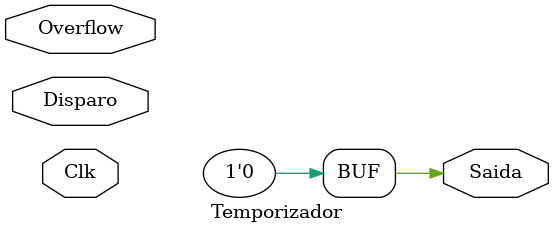
<source format=v>
module Temporizador 
(
	input Clk,
	input Disparo,
	input [27:0] Overflow,
	
	output Saida = 1'b0               //Contagem a ser feita. Está definido incialmente em 0.
);
	reg [27:0] contagem = 0;
	
	always @(posedge Clk)                //Sensível ao clock	
	
	begin
		if ((Disparo) && (contagem == 0)) begin  //Disparo não ativado. Seto minha contagem paro o overflow
		
			contagem <= Overflow;
		end	
		else if ((!Disparo) && (contagem == 0)) begin
	
			contagem <= 0;                           //Retém em 0. Disparo ativado
		end
		else contagem <= contagem - 1;         //Caso não seja uma das alternativas acima, a contagem irá apenas decrementar		
	end
	
	assign Saida = (contagem != 0) ? 1'b1 : 1'b0;
	
endmodule

</source>
